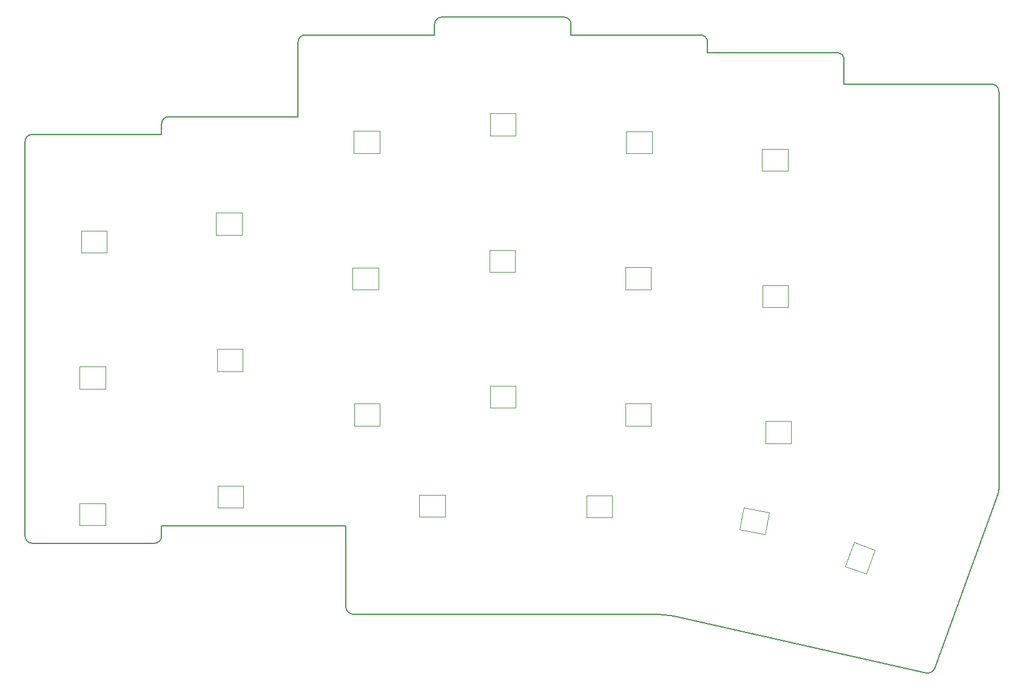
<source format=gbr>
%TF.GenerationSoftware,KiCad,Pcbnew,(5.1.10)-1*%
%TF.CreationDate,2021-08-29T08:11:49+09:00*%
%TF.ProjectId,korpo44,6b6f7270-6f34-4342-9e6b-696361645f70,rev?*%
%TF.SameCoordinates,Original*%
%TF.FileFunction,Profile,NP*%
%FSLAX46Y46*%
G04 Gerber Fmt 4.6, Leading zero omitted, Abs format (unit mm)*
G04 Created by KiCad (PCBNEW (5.1.10)-1) date 2021-08-29 08:11:49*
%MOMM*%
%LPD*%
G01*
G04 APERTURE LIST*
%TA.AperFunction,Profile*%
%ADD10C,0.200000*%
%TD*%
%TA.AperFunction,Profile*%
%ADD11C,0.120000*%
%TD*%
G04 APERTURE END LIST*
D10*
X161726373Y-36049642D02*
G75*
G02*
X162726373Y-37049642I0J-1000000D01*
G01*
X162726373Y-92696988D02*
G75*
G02*
X162605758Y-93381028I-2000000J0D01*
G01*
X153756746Y-117693496D02*
X162605758Y-93381028D01*
X162726373Y-92696988D02*
X162726373Y-37049642D01*
X45872400Y-99215700D02*
X45872400Y-97739200D01*
X45872400Y-97739200D02*
X64922399Y-97739200D01*
X71589900Y-97739200D02*
X71589900Y-109122577D01*
X26822400Y-44065700D02*
X26822401Y-99215700D01*
X26822400Y-44065700D02*
G75*
G02*
X27822400Y-43065700I1000000J0D01*
G01*
X83972399Y-27682699D02*
G75*
G02*
X84972400Y-26682700I1000000J-1D01*
G01*
X45872401Y-99215700D02*
G75*
G02*
X44872400Y-100215701I-1000001J0D01*
G01*
X72589023Y-110122577D02*
G75*
G02*
X71589900Y-109122577I877J1000000D01*
G01*
X102022400Y-26682701D02*
X84972400Y-26682700D01*
X153756747Y-117693496D02*
G75*
G02*
X152596843Y-118326928I-939693J342021D01*
G01*
X103022400Y-29159200D02*
X121072400Y-29159200D01*
X103022400Y-29159200D02*
X103022400Y-27682700D01*
X102022400Y-26682700D02*
G75*
G02*
X103022400Y-27682700I0J-1000000D01*
G01*
X140122400Y-31635701D02*
G75*
G02*
X141122399Y-32635700I0J-999999D01*
G01*
X141122399Y-36049642D02*
X141122399Y-32635700D01*
X72589022Y-110122577D02*
X115425592Y-110160145D01*
X27822401Y-100215700D02*
G75*
G02*
X26822401Y-99215700I0J1000000D01*
G01*
X122072400Y-31635700D02*
X140122400Y-31635701D01*
X64922399Y-30159199D02*
G75*
G02*
X65922400Y-29159200I1000000J-1D01*
G01*
X83972400Y-29159200D02*
X83972400Y-27682700D01*
X45872400Y-43065700D02*
X45872399Y-41589200D01*
X45872400Y-43065700D02*
X27822400Y-43065700D01*
X115425592Y-110160144D02*
G75*
G02*
X117399594Y-110381070I-7893J-8999996D01*
G01*
X122072400Y-31635700D02*
X122072400Y-30159200D01*
X121072400Y-29159200D02*
G75*
G02*
X122072400Y-30159200I0J-1000000D01*
G01*
X45872399Y-41589199D02*
G75*
G02*
X46872400Y-40589200I1000000J-1D01*
G01*
X117399594Y-110381070D02*
X152596843Y-118326928D01*
X64922399Y-40589200D02*
X46872400Y-40589200D01*
X44872400Y-100215701D02*
X27822400Y-100215701D01*
X141122399Y-36049642D02*
X161726373Y-36049642D01*
X64922400Y-30159200D02*
X64922399Y-40589200D01*
X64922399Y-97739200D02*
X71589900Y-97739200D01*
X83972400Y-29159200D02*
X65922400Y-29159200D01*
D11*
%TO.C,LED1*%
X38223600Y-59614400D02*
X38223600Y-56514400D01*
X38223600Y-56514400D02*
X34623600Y-56514400D01*
X34623600Y-56514400D02*
X34623600Y-59614400D01*
X34623600Y-59614400D02*
X38223600Y-59614400D01*
%TO.C,LED2*%
X38020400Y-78639000D02*
X38020400Y-75539000D01*
X38020400Y-75539000D02*
X34420400Y-75539000D01*
X34420400Y-75539000D02*
X34420400Y-78639000D01*
X34420400Y-78639000D02*
X38020400Y-78639000D01*
%TO.C,LED3*%
X38020400Y-97714400D02*
X38020400Y-94614400D01*
X38020400Y-94614400D02*
X34420400Y-94614400D01*
X34420400Y-94614400D02*
X34420400Y-97714400D01*
X34420400Y-97714400D02*
X38020400Y-97714400D01*
%TO.C,LED4*%
X53502600Y-57111000D02*
X57102600Y-57111000D01*
X53502600Y-54011000D02*
X53502600Y-57111000D01*
X57102600Y-54011000D02*
X53502600Y-54011000D01*
X57102600Y-57111000D02*
X57102600Y-54011000D01*
%TO.C,LED5*%
X53622800Y-76175200D02*
X57222800Y-76175200D01*
X53622800Y-73075200D02*
X53622800Y-76175200D01*
X57222800Y-73075200D02*
X53622800Y-73075200D01*
X57222800Y-76175200D02*
X57222800Y-73075200D01*
%TO.C,LED6*%
X53699000Y-95250600D02*
X57299000Y-95250600D01*
X53699000Y-92150600D02*
X53699000Y-95250600D01*
X57299000Y-92150600D02*
X53699000Y-92150600D01*
X57299000Y-95250600D02*
X57299000Y-92150600D01*
%TO.C,LED7*%
X76298200Y-45695200D02*
X76298200Y-42595200D01*
X76298200Y-42595200D02*
X72698200Y-42595200D01*
X72698200Y-42595200D02*
X72698200Y-45695200D01*
X72698200Y-45695200D02*
X76298200Y-45695200D01*
%TO.C,LED8*%
X76145800Y-64770600D02*
X76145800Y-61670600D01*
X76145800Y-61670600D02*
X72545800Y-61670600D01*
X72545800Y-61670600D02*
X72545800Y-64770600D01*
X72545800Y-64770600D02*
X76145800Y-64770600D01*
%TO.C,LED9*%
X76323600Y-83795200D02*
X76323600Y-80695200D01*
X76323600Y-80695200D02*
X72723600Y-80695200D01*
X72723600Y-80695200D02*
X72723600Y-83795200D01*
X72723600Y-83795200D02*
X76323600Y-83795200D01*
%TO.C,LED10*%
X85442200Y-96546000D02*
X85442200Y-93446000D01*
X85442200Y-93446000D02*
X81842200Y-93446000D01*
X81842200Y-93446000D02*
X81842200Y-96546000D01*
X81842200Y-96546000D02*
X85442200Y-96546000D01*
%TO.C,LED11*%
X91697400Y-43231400D02*
X95297400Y-43231400D01*
X91697400Y-40131400D02*
X91697400Y-43231400D01*
X95297400Y-40131400D02*
X91697400Y-40131400D01*
X95297400Y-43231400D02*
X95297400Y-40131400D01*
%TO.C,LED12*%
X91621200Y-62332200D02*
X95221200Y-62332200D01*
X91621200Y-59232200D02*
X91621200Y-62332200D01*
X95221200Y-59232200D02*
X91621200Y-59232200D01*
X95221200Y-62332200D02*
X95221200Y-59232200D01*
%TO.C,LED13*%
X91722800Y-81306000D02*
X95322800Y-81306000D01*
X91722800Y-78206000D02*
X91722800Y-81306000D01*
X95322800Y-78206000D02*
X91722800Y-78206000D01*
X95322800Y-81306000D02*
X95322800Y-78206000D01*
%TO.C,LED14*%
X105185000Y-96622200D02*
X108785000Y-96622200D01*
X105185000Y-93522200D02*
X105185000Y-96622200D01*
X108785000Y-93522200D02*
X105185000Y-93522200D01*
X108785000Y-96622200D02*
X108785000Y-93522200D01*
%TO.C,LED15*%
X114322000Y-45720600D02*
X114322000Y-42620600D01*
X114322000Y-42620600D02*
X110722000Y-42620600D01*
X110722000Y-42620600D02*
X110722000Y-45720600D01*
X110722000Y-45720600D02*
X114322000Y-45720600D01*
%TO.C,LED16*%
X114170000Y-64745200D02*
X114170000Y-61645200D01*
X114170000Y-61645200D02*
X110570000Y-61645200D01*
X110570000Y-61645200D02*
X110570000Y-64745200D01*
X110570000Y-64745200D02*
X114170000Y-64745200D01*
%TO.C,LED17*%
X114195000Y-83795200D02*
X114195000Y-80695200D01*
X114195000Y-80695200D02*
X110595000Y-80695200D01*
X110595000Y-80695200D02*
X110595000Y-83795200D01*
X110595000Y-83795200D02*
X114195000Y-83795200D01*
%TO.C,LED18*%
X130103499Y-98943219D02*
X130641809Y-95890315D01*
X130641809Y-95890315D02*
X127096501Y-95265181D01*
X127096501Y-95265181D02*
X126558191Y-98318085D01*
X126558191Y-98318085D02*
X130103499Y-98943219D01*
%TO.C,LED19*%
X129696000Y-48184400D02*
X133296000Y-48184400D01*
X129696000Y-45084400D02*
X129696000Y-48184400D01*
X133296000Y-45084400D02*
X129696000Y-45084400D01*
X133296000Y-48184400D02*
X133296000Y-45084400D01*
%TO.C,LED20*%
X129721000Y-67234400D02*
X133321000Y-67234400D01*
X129721000Y-64134400D02*
X129721000Y-67234400D01*
X133321000Y-64134400D02*
X129721000Y-64134400D01*
X133321000Y-67234400D02*
X133321000Y-64134400D01*
%TO.C,LED21*%
X130153000Y-86259000D02*
X133753000Y-86259000D01*
X130153000Y-83159000D02*
X130153000Y-86259000D01*
X133753000Y-83159000D02*
X130153000Y-83159000D01*
X133753000Y-86259000D02*
X133753000Y-83159000D01*
%TO.C,LED22*%
X144198887Y-104507578D02*
X145430160Y-101124685D01*
X141285840Y-103447315D02*
X144198887Y-104507578D01*
X142517113Y-100064422D02*
X141285840Y-103447315D01*
X145430160Y-101124685D02*
X142517113Y-100064422D01*
%TD*%
M02*

</source>
